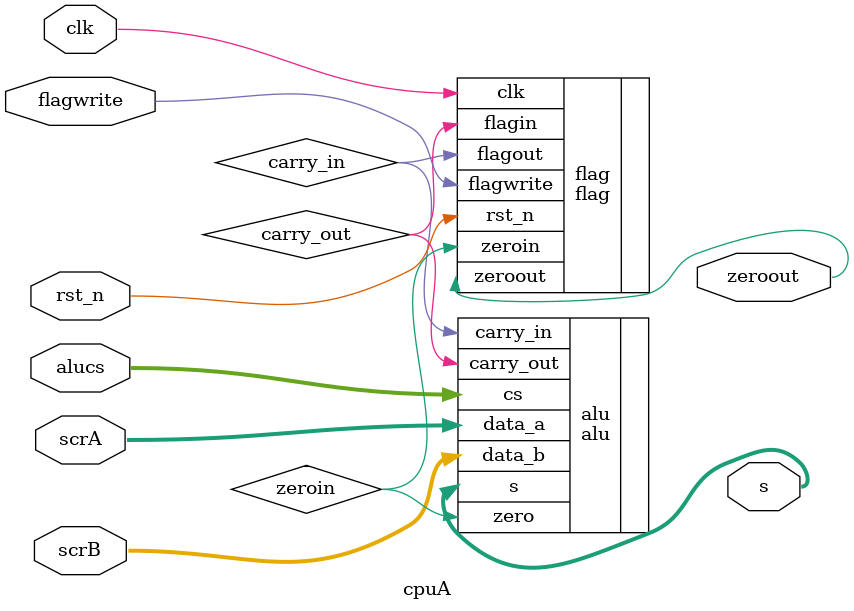
<source format=v>
module cpuA(scrA,scrB,alucs,clk,rst_n,flagwrite,s,zeroout);
 input [7:0]scrA;
 input [7:0]scrB;
 input [2:0]alucs;
 input clk;
 input rst_n;
 input flagwrite;
 wire carry_out;
 wire carry_in;
 wire zeroin;
 output [7:0]s;
 output zeroout;
 always@(posedge clk or negedge rst_n) begin
  if(!rst_n) begin
  end
  else begin
  end
 end
 alu alu(
         .data_a(scrA),
			.data_b(scrB),
			.s(s),
			.zero(zeroin),
			.cs(alucs),
			.carry_in(carry_in),
			.carry_out(carry_out)
			);
 flag flag(
           .clk(clk),
			  .rst_n(rst_n),
			  .zeroin(zeroin),
			  .flagwrite(flagwrite),
			  .flagin(carry_out),
			  .flagout(carry_in),
			  .zeroout(zeroout)
			  );
endmodule
</source>
